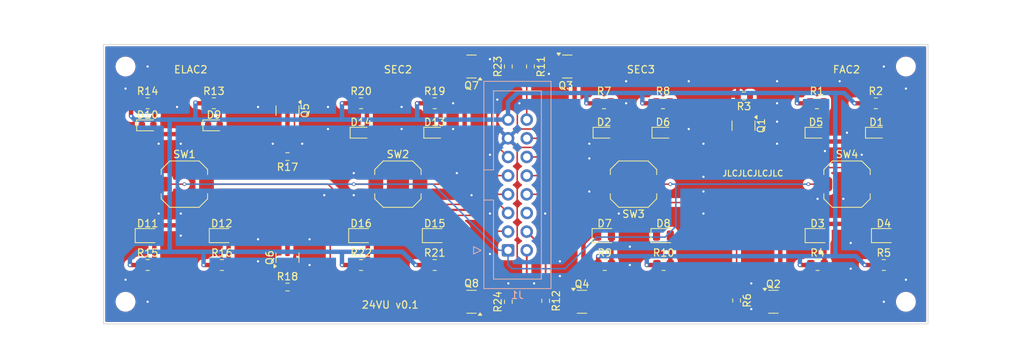
<source format=kicad_pcb>
(kicad_pcb
	(version 20240108)
	(generator "pcbnew")
	(generator_version "8.0")
	(general
		(thickness 1.6)
		(legacy_teardrops no)
	)
	(paper "A4")
	(layers
		(0 "F.Cu" signal)
		(31 "B.Cu" signal)
		(34 "B.Paste" user)
		(35 "F.Paste" user)
		(36 "B.SilkS" user "B.Silkscreen")
		(37 "F.SilkS" user "F.Silkscreen")
		(38 "B.Mask" user)
		(39 "F.Mask" user)
		(44 "Edge.Cuts" user)
		(45 "Margin" user)
		(46 "B.CrtYd" user "B.Courtyard")
		(47 "F.CrtYd" user "F.Courtyard")
		(48 "B.Fab" user)
		(49 "F.Fab" user)
	)
	(setup
		(stackup
			(layer "F.SilkS"
				(type "Top Silk Screen")
				(color "White")
			)
			(layer "F.Paste"
				(type "Top Solder Paste")
			)
			(layer "F.Mask"
				(type "Top Solder Mask")
				(color "Black")
				(thickness 0.01)
			)
			(layer "F.Cu"
				(type "copper")
				(thickness 0.035)
			)
			(layer "dielectric 1"
				(type "core")
				(thickness 1.51)
				(material "FR4")
				(epsilon_r 4.5)
				(loss_tangent 0.02)
			)
			(layer "B.Cu"
				(type "copper")
				(thickness 0.035)
			)
			(layer "B.Mask"
				(type "Bottom Solder Mask")
				(color "Black")
				(thickness 0.01)
			)
			(layer "B.Paste"
				(type "Bottom Solder Paste")
			)
			(layer "B.SilkS"
				(type "Bottom Silk Screen")
				(color "White")
			)
			(copper_finish "None")
			(dielectric_constraints yes)
		)
		(pad_to_mask_clearance 0)
		(allow_soldermask_bridges_in_footprints no)
		(pcbplotparams
			(layerselection 0x00010fc_ffffffff)
			(plot_on_all_layers_selection 0x0000000_00000000)
			(disableapertmacros no)
			(usegerberextensions no)
			(usegerberattributes yes)
			(usegerberadvancedattributes yes)
			(creategerberjobfile yes)
			(dashed_line_dash_ratio 12.000000)
			(dashed_line_gap_ratio 3.000000)
			(svgprecision 4)
			(plotframeref no)
			(viasonmask no)
			(mode 1)
			(useauxorigin no)
			(hpglpennumber 1)
			(hpglpenspeed 20)
			(hpglpendiameter 15.000000)
			(pdf_front_fp_property_popups yes)
			(pdf_back_fp_property_popups yes)
			(dxfpolygonmode yes)
			(dxfimperialunits yes)
			(dxfusepcbnewfont yes)
			(psnegative no)
			(psa4output no)
			(plotreference yes)
			(plotvalue yes)
			(plotfptext yes)
			(plotinvisibletext no)
			(sketchpadsonfab no)
			(subtractmaskfromsilk no)
			(outputformat 1)
			(mirror no)
			(drillshape 1)
			(scaleselection 1)
			(outputdirectory "")
		)
	)
	(net 0 "")
	(net 1 "Net-(D1-A)")
	(net 2 "Net-(D1-K)")
	(net 3 "Net-(D2-A)")
	(net 4 "Net-(D2-K)")
	(net 5 "Net-(D3-K)")
	(net 6 "Net-(D3-A)")
	(net 7 "Net-(D4-A)")
	(net 8 "Net-(D5-A)")
	(net 9 "Net-(D6-A)")
	(net 10 "Net-(D7-K)")
	(net 11 "Net-(D7-A)")
	(net 12 "Net-(D8-A)")
	(net 13 "Net-(D10-K)")
	(net 14 "Net-(D9-A)")
	(net 15 "Net-(D10-A)")
	(net 16 "Net-(D11-A)")
	(net 17 "Net-(D11-K)")
	(net 18 "Net-(D12-A)")
	(net 19 "Net-(D13-A)")
	(net 20 "Net-(D13-K)")
	(net 21 "Net-(D14-A)")
	(net 22 "Net-(D15-K)")
	(net 23 "Net-(D15-A)")
	(net 24 "Net-(D16-A)")
	(net 25 "GND")
	(net 26 "unconnected-(J1-Pin_6-Pad6)")
	(net 27 "+3V3")
	(net 28 "VBUS")
	(net 29 "/FAC2 FAULT")
	(net 30 "/FAC2 OFF")
	(net 31 "/SEC3 FAULT")
	(net 32 "/SEC3 OFF")
	(net 33 "/ELAC2 FAULT")
	(net 34 "/ELAC2 OFF")
	(net 35 "/SEC2 FAULT")
	(net 36 "/SEC2 OFF")
	(net 37 "/ELAC2")
	(net 38 "/SEC2")
	(net 39 "/SEC3")
	(net 40 "/FAC3")
	(footprint "MountingHole:MountingHole_2.2mm_M2" (layer "F.Cu") (at 183 69))
	(footprint "Package_TO_SOT_SMD:SOT-23" (layer "F.Cu") (at 160.9375 77.05 -90))
	(footprint "MountingHole:MountingHole_2.2mm_M2" (layer "F.Cu") (at 77 101))
	(footprint "Resistor_SMD:R_0603_1608Metric" (layer "F.Cu") (at 99 81.25 180))
	(footprint "NiasStuff:SW_Push_1TS009xxxx-xxxx-xxxx_6x6x5mm" (layer "F.Cu") (at 85 85))
	(footprint "Package_TO_SOT_SMD:SOT-23" (layer "F.Cu") (at 124 69 180))
	(footprint "LED_SMD:LED_0805_2012Metric" (layer "F.Cu") (at 80 92))
	(footprint "Resistor_SMD:R_0805_2012Metric" (layer "F.Cu") (at 90.0875 96))
	(footprint "MountingHole:MountingHole_2.2mm_M2" (layer "F.Cu") (at 183 101))
	(footprint "Resistor_SMD:R_0805_2012Metric" (layer "F.Cu") (at 119 96))
	(footprint "Resistor_SMD:R_0805_2012Metric" (layer "F.Cu") (at 109 96))
	(footprint "Package_TO_SOT_SMD:SOT-23" (layer "F.Cu") (at 99 75 -90))
	(footprint "LED_SMD:LED_0603_1608Metric" (layer "F.Cu") (at 142 78))
	(footprint "LED_SMD:LED_0805_2012Metric" (layer "F.Cu") (at 180 92))
	(footprint "Resistor_SMD:R_0603_1608Metric" (layer "F.Cu") (at 134.0625 100.875 -90))
	(footprint "Resistor_SMD:R_0603_1608Metric" (layer "F.Cu") (at 129 69 90))
	(footprint "Resistor_SMD:R_0805_2012Metric" (layer "F.Cu") (at 178.9125 74))
	(footprint "NiasStuff:SW_Push_1TS009xxxx-xxxx-xxxx_6x6x5mm" (layer "F.Cu") (at 146 85 180))
	(footprint "Resistor_SMD:R_0805_2012Metric" (layer "F.Cu") (at 80 74))
	(footprint "Resistor_SMD:R_0805_2012Metric" (layer "F.Cu") (at 171 96))
	(footprint "Resistor_SMD:R_0805_2012Metric" (layer "F.Cu") (at 150 74))
	(footprint "Resistor_SMD:R_0805_2012Metric" (layer "F.Cu") (at 119 74))
	(footprint "LED_SMD:LED_0603_1608Metric" (layer "F.Cu") (at 80 77))
	(footprint "NiasStuff:SW_Push_1TS009xxxx-xxxx-xxxx_6x6x5mm" (layer "F.Cu") (at 175 85))
	(footprint "Package_TO_SOT_SMD:SOT-23" (layer "F.Cu") (at 137 69))
	(footprint "Resistor_SMD:R_0603_1608Metric" (layer "F.Cu") (at 132 69 -90))
	(footprint "LED_SMD:LED_0805_2012Metric" (layer "F.Cu") (at 142.0625 92))
	(footprint "Package_TO_SOT_SMD:SOT-23" (layer "F.Cu") (at 124 101 180))
	(footprint "LED_SMD:LED_0603_1608Metric" (layer "F.Cu") (at 170.7875 78))
	(footprint "LED_SMD:LED_0805_2012Metric" (layer "F.Cu") (at 109 92))
	(footprint "NiasStuff:SW_Push_1TS009xxxx-xxxx-xxxx_6x6x5mm" (layer "F.Cu") (at 114 85))
	(footprint "Resistor_SMD:R_0805_2012Metric" (layer "F.Cu") (at 142.0875 96))
	(footprint "LED_SMD:LED_0805_2012Metric" (layer "F.Cu") (at 150.0625 92))
	(footprint "MountingHole:MountingHole_2.2mm_M2" (layer "F.Cu") (at 77 69))
	(footprint "Resistor_SMD:R_0805_2012Metric" (layer "F.Cu") (at 80 96))
	(footprint "Resistor_SMD:R_0603_1608Metric" (layer "F.Cu") (at 129 101 90))
	(footprint "Package_TO_SOT_SMD:SOT-23"
		(layer "F.Cu")
		(uuid "7fcfe6a0-22f0-42a7-be56-d23d28d40480")
		(at 165 101)
		(descr "SOT, 3 Pin (https://www.jedec.org/system/files/docs/to-236h.pdf variant AB), generated with kicad-footprint-generator ipc_gullwing_generator.py")
		(tags "SOT TO_SOT_SMD")
		(property "Reference" "Q2"
			(at 0 -2.4 0)
			(layer "F.SilkS")
			(uuid "8c0bb580-bf43-4e43-b0b6-3357dd3427e4")
			(effects
				(font
					(size 1 1)
					(thickness 0.15)
				)
			)
		)
		(property "Value" "SI2302"
			(at 0 2.4 0)
			(layer "F.Fab")
			(uuid "7b7ddab3-0d18-4f3e-9890-20dfbab3ed3d")
			(effects
				(font
					(size 1 1)
					(thickness 0.15)
				)
			)
		)
		(property "Footprint" "Package_TO_SOT_SMD:SOT-23"
			(at 0 0 0)
			(unlocked yes)
			(layer "F.Fab")
			(hide yes)
			(uuid "1537b4c3-4429-48f3-b92b-c50f3db3c55a")
			(effects
				(font
					(size 1.27 1.27)
				)
			)
		)
		(property "Datasheet" "https://www.diodes.com/assets/Datasheets/ds30896.pdf"
			(at 0 0 0)
			(unlocked yes)
			(layer "F.Fab")
			(hide yes)
			(uuid "17994f46-89a5-4bfa-b58a-b7b8c6cf5b84")
			(effects
				(font
					(size 1.27 1.27)
				)
			)
		)
		(property "Description" "0.38A Id, 60V Vds, N-Channel MOSFET, SOT-23"
			(at 0 0 0)
			(unlocked yes)
			(layer "F.Fab")
			(hide yes)
			(uuid "2b0ec2f6-604e-4ad3-a277-617c55c5a6d6")
			(effects
				(font
					(size 1.27 1.27)
				)
			)
		)
		(property "Manufracturer" "YONGYUTAI"
			(at 0 0 0)
			(unlocked yes)
			(layer "F.Fab")
			(hide yes)
			(uuid "9869630b-7f4d-43b4-a9a5-91663b4ff273")
			(effects
				(font
					(size 1 1)
					(thickness 0.15)
				)
			)
		)
		(property "Manufracturer Part Number" "SI2302"
			(at 0 0 0)
			(unlocked yes)
			(layer "F.Fab")
			(hide yes)
			(uuid "d2ba642e-b299-406f-a807-5cb37ca05e55")
			(effects
				(font
					(size 1 1)
					(thickness 0.15)
				)
			)
		)
		(property "JLCPCB Part" "C2891732"
			(at 0 0 0)
			(unlocked yes)
			(layer "F.Fab")
			(hide yes)
			(uuid "d69363a8-bcde-45e0-a191-f471e247e153")
			(effects
				(font
					(size 1 1)
					(thickness 0.15)
				)
			)
		)
		(property ki_fp_filters "SOT?23*")
		(path "/912379b7-080d-4a01-ba9a-533f754d0c46")
		(sheetname "Root")
		(sheetfile "24VU-FLT-CTL.kicad_sch")
		(attr smd)
		(fp_line
			(start 0 -1.56)
			(end -0.65 -1.56)
			(stroke
				(width 0.12)
				(type solid)
			)
			(layer "F.SilkS")
			(uuid "67d46f8c-e421-48db-9a46-a74e37656201")
		)
		(fp_line
			(start 0 -1.56)
			(end 0.65 -1.56)
			(stroke
				(width 0.12)
				(type solid)
			)
			(layer "F.SilkS")
			(uuid "72931e3a-064c-4b5c-be58-aeb113a786e2")
		)
		(fp_line
			(start 0 1.56)
			(end -0.65 1.56)
			(stroke
				(width 0.12)
				(type solid)
			)
			(layer "F.SilkS")
			(uuid "108181d4-dedc-4066-a628-98d006f59328")
		)
		(fp_line
			(start 0 1.56)
			(end 0.65 1.56)
			(stroke
				(width 0.12)
				(type solid)
			)
			(layer "F.SilkS")
			(uuid "5598b32e-1610-4da1-b8cb-541c4e51302e")
		)
		(fp_poly
			(pts
				(xy -1.1625 -1.51) (xy -1.4025 -1.84) (xy -0.9225 -1.84) (xy -1.1625 -1.51)
			)
			(stroke
				(width 0.12)
				(type solid)
			)
			(fill solid)
			(layer "F.SilkS")
			(uuid "d6115661-1d55-4fcd-8e78-faa45e445b83")
		)
		(fp_line
			(start -1.92 -1.7)
			(end -1.92 1.7)
			(stroke
				(width 0.05)
				(type solid)
			)
			(layer "F.CrtYd")
			(uuid "3ec91a10-5400-49b2-baa6-c0b36e5c70c2")
		)
		(fp_line
			(start -1.92 1.7)
			(end 1.92 1.7)
			(stroke
				(width 0.05)
				(type solid)
			)
			(layer "F.CrtYd")
			(uuid "2ebcc926-4c91-402d-ba6c-93e535f35a98")
		)
		(fp_line
			(start 1.92 -1.7)
			(end -1.92 -1.7)
			(stroke
				(width 0.05)
				(type solid)
			)
			(layer "F.CrtYd")
			(uuid "3477e9aa-3344-4de7-8ef4-15e478e83b4c")
		)
		(fp_line
			(start 1.92 1.7)
			(end 1.92 -1.7)
			(stroke
				(width 0.05)
				(type solid)
			)
			(layer "F.CrtYd")
			(uuid "60e4a360-a622-42dc-afb4-6c2498381fe9")
		)
		(fp_line
			(start -0.65 -1.125)
			(end -0.325 -1.45)
			(stroke
				(width 0.1)
				(type solid)
			)
			(layer "F.Fab")
			(uuid "afe0b56b-34f4-419e-b
... [380900 chars truncated]
</source>
